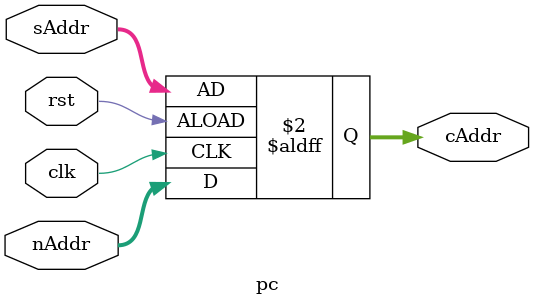
<source format=v>
`timescale 1ns/1ps

module pc(
    input [31:0]sAddr,//start Addr
    input [31:0]nAddr,//next Addr
    input rst,
    input clk,
    output reg[31:0]cAddr //currentAddr
);
always @ (negedge clk or posedge rst)begin
    if(rst)cAddr<=sAddr;
    else cAddr<=nAddr;
end
endmodule // pc
</source>
